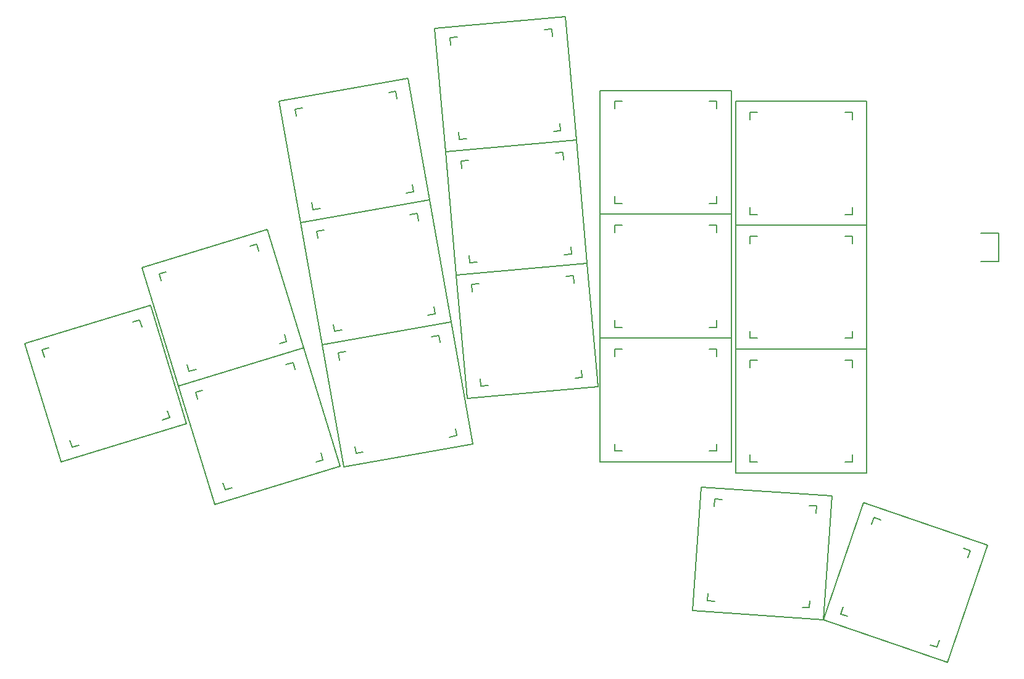
<source format=gbr>
%TF.GenerationSoftware,KiCad,Pcbnew,(6.0.4-0)*%
%TF.CreationDate,2022-07-27T12:02:15+02:00*%
%TF.ProjectId,basbousa,62617362-6f75-4736-912e-6b696361645f,v1.0.0*%
%TF.SameCoordinates,Original*%
%TF.FileFunction,OtherDrawing,Comment*%
%FSLAX46Y46*%
G04 Gerber Fmt 4.6, Leading zero omitted, Abs format (unit mm)*
G04 Created by KiCad (PCBNEW (6.0.4-0)) date 2022-07-27 12:02:15*
%MOMM*%
%LPD*%
G01*
G04 APERTURE LIST*
%ADD10C,0.150000*%
G04 APERTURE END LIST*
D10*
%TO.C,T1*%
X161119000Y89708000D02*
X158619000Y89708000D01*
X158619000Y93608000D02*
X161119000Y93608000D01*
X161119000Y93608000D02*
X161119000Y89708000D01*
%TO.C,S11*%
X67022321Y96843638D02*
X66848673Y97828446D01*
X65313178Y95019131D02*
X62361159Y111760862D01*
X80635981Y100259521D02*
X80809630Y99274713D01*
X78378555Y113062022D02*
X78552203Y112077214D01*
X65576054Y110804595D02*
X64591246Y110630947D01*
X78378555Y113062022D02*
X77393747Y112888373D01*
X62361159Y111760861D02*
X80087697Y114886529D01*
X67022322Y96843638D02*
X66848673Y97828446D01*
X64764895Y109646138D02*
X64591247Y110630946D01*
X79824822Y99101065D02*
X80809630Y99274713D01*
X78378554Y113062021D02*
X78552203Y112077213D01*
X67022322Y96843638D02*
X68007129Y97017286D01*
X83039717Y98144798D02*
X65313179Y95019130D01*
X80635982Y100259520D02*
X80809630Y99274713D01*
X65576055Y110804593D02*
X64591247Y110630946D01*
X78378554Y113062021D02*
X77393747Y112888372D01*
X79824822Y99101065D02*
X80809630Y99274713D01*
X62361159Y111760862D02*
X80087698Y114886529D01*
X80087698Y114886529D02*
X83039717Y98144798D01*
X64764895Y109646139D02*
X64591246Y110630947D01*
X67022321Y96843638D02*
X68007129Y97017287D01*
X80087697Y114886529D02*
X83039717Y98144798D01*
X65313179Y95019130D02*
X62361159Y111760861D01*
X83039717Y98144798D02*
X65313178Y95019131D01*
%TO.C,S15*%
X103130061Y106366224D02*
X104611709Y89430914D01*
X88541860Y89530714D02*
X89538055Y89617870D01*
X85198557Y104797420D02*
X103130061Y106366224D01*
X101268405Y104697620D02*
X100272211Y104610463D01*
X88541860Y89530714D02*
X88454705Y90526909D01*
X88541861Y89530713D02*
X88454705Y90526909D01*
X88317875Y103564593D02*
X87321680Y103477439D01*
X104611709Y89430914D02*
X86680205Y87862110D01*
X103130060Y106366224D02*
X104611709Y89430914D01*
X85198557Y104797419D02*
X103130060Y106366224D01*
X87408836Y102481244D02*
X87321680Y103477439D01*
X87408836Y102481245D02*
X87321680Y103477440D01*
X88541861Y89530713D02*
X89538055Y89617869D01*
X101268406Y104697620D02*
X101355561Y103701425D01*
X86680206Y87862109D02*
X85198557Y104797419D01*
X101492391Y90663739D02*
X102488586Y90750894D01*
X86680205Y87862110D02*
X85198557Y104797420D01*
X102401430Y91747088D02*
X102488586Y90750894D01*
X101492391Y90663739D02*
X102488586Y90750894D01*
X101268406Y104697620D02*
X100272211Y104610464D01*
X101268405Y104697620D02*
X101355562Y103701424D01*
X88317875Y103564595D02*
X87321680Y103477440D01*
X104611709Y89430914D02*
X86680206Y87862109D01*
X102401430Y91747089D02*
X102488586Y90750894D01*
%TO.C,S21*%
X108411088Y80686016D02*
X108411087Y81686017D01*
X124411087Y79186017D02*
X106411088Y79186016D01*
X122411087Y94686017D02*
X121411087Y94686017D01*
X109411087Y94686017D02*
X108411087Y94686017D01*
X122411087Y81686016D02*
X122411087Y80686017D01*
X124411087Y96186017D02*
X124411087Y79186017D01*
X106411088Y79186016D02*
X106411087Y96186016D01*
X106411087Y96186016D02*
X124411086Y96186017D01*
X122411087Y94686017D02*
X122411087Y93686017D01*
X108411087Y80686017D02*
X108411087Y81686017D01*
X122411086Y94686017D02*
X121411087Y94686016D01*
X124411087Y79186017D02*
X106411087Y79186017D01*
X108411088Y80686016D02*
X109411087Y80686016D01*
X108411087Y80686017D02*
X109411087Y80686017D01*
X124411086Y96186017D02*
X124411087Y79186017D01*
X121411087Y80686017D02*
X122411087Y80686017D01*
X109411087Y94686015D02*
X108411087Y94686016D01*
X108411087Y93686016D02*
X108411087Y94686016D01*
X106411087Y96186017D02*
X124411087Y96186017D01*
X122411086Y94686017D02*
X122411087Y93686016D01*
X121411087Y80686017D02*
X122411087Y80686017D01*
X108411087Y93686017D02*
X108411087Y94686017D01*
X122411087Y81686017D02*
X122411087Y80686017D01*
X106411087Y79186017D02*
X106411087Y96186017D01*
%TO.C,S29*%
X126985000Y109177999D02*
X126985000Y110177999D01*
X139985000Y96178000D02*
X140985000Y96178000D01*
X140985000Y97177999D02*
X140985000Y96178000D01*
X127985000Y110177998D02*
X126985000Y110177999D01*
X127985000Y110178000D02*
X126985000Y110178000D01*
X126985000Y96178000D02*
X126985000Y97178000D01*
X140985000Y110178000D02*
X140985000Y109178000D01*
X124985001Y94677999D02*
X124985000Y111677999D01*
X126985000Y109178000D02*
X126985000Y110178000D01*
X142985000Y111678000D02*
X142985000Y94678000D01*
X140984999Y110178000D02*
X139985000Y110177999D01*
X139985000Y96178000D02*
X140985000Y96178000D01*
X126985001Y96177999D02*
X127985000Y96177999D01*
X124985000Y94678000D02*
X124985000Y111678000D01*
X124985000Y111678000D02*
X142985000Y111678000D01*
X126985001Y96177999D02*
X126985000Y97178000D01*
X142985000Y94678000D02*
X124985001Y94677999D01*
X140984999Y110178000D02*
X140985000Y109177999D01*
X142985000Y94678000D02*
X124985000Y94678000D01*
X142984999Y111678000D02*
X142985000Y94678000D01*
X140985000Y110178000D02*
X139985000Y110178000D01*
X140985000Y97178000D02*
X140985000Y96178000D01*
X124985000Y111677999D02*
X142984999Y111678000D01*
X126985000Y96178000D02*
X127985000Y96178000D01*
%TO.C,S33*%
X152948454Y37696053D02*
X152622886Y36750535D01*
X137006237Y40541346D02*
X142540895Y56615162D01*
X144889099Y54220181D02*
X143943580Y54545749D01*
X139385627Y41308488D02*
X139711194Y42254008D01*
X157180840Y49987795D02*
X156235322Y50313363D01*
X157180839Y49987795D02*
X156235321Y50313362D01*
X154025571Y34681121D02*
X137006237Y40541346D01*
X142540895Y56615162D02*
X159560229Y50754937D01*
X139385626Y41308489D02*
X140331144Y40982921D01*
X151677367Y37076103D02*
X152622886Y36750535D01*
X157180840Y49987795D02*
X156855272Y49042276D01*
X152948454Y37696053D02*
X152622886Y36750535D01*
X143618012Y53600231D02*
X143943580Y54545749D01*
X144889098Y54220179D02*
X143943580Y54545748D01*
X157180839Y49987795D02*
X156855272Y49042275D01*
X159560229Y50754937D02*
X154025571Y34681121D01*
X154025571Y34681121D02*
X137006237Y40541347D01*
X143618012Y53600230D02*
X143943580Y54545748D01*
X159560229Y50754937D02*
X154025571Y34681121D01*
X151677367Y37076103D02*
X152622886Y36750535D01*
X139385626Y41308489D02*
X139711194Y42254008D01*
X142540895Y56615163D02*
X159560229Y50754937D01*
X139385627Y41308488D02*
X140331144Y40982920D01*
X137006237Y40541347D02*
X142540895Y56615163D01*
%TO.C,S7*%
X85991735Y81403065D02*
X88943755Y64661334D01*
X72926359Y63360174D02*
X72752711Y64344982D01*
X68265197Y78277397D02*
X85991735Y81403065D01*
X71217217Y61535666D02*
X68265197Y78277397D01*
X85991736Y81403065D02*
X88943755Y64661334D01*
X84282593Y79578558D02*
X84456241Y78593750D01*
X70668933Y76162674D02*
X70495285Y77147482D01*
X68265197Y78277398D02*
X85991736Y81403065D01*
X84282593Y79578558D02*
X83297785Y79404909D01*
X85728860Y65617601D02*
X86713668Y65791249D01*
X72926360Y63360174D02*
X72752711Y64344982D01*
X70668933Y76162675D02*
X70495284Y77147483D01*
X86540020Y66776056D02*
X86713668Y65791249D01*
X85728860Y65617601D02*
X86713668Y65791249D01*
X71480092Y77321131D02*
X70495284Y77147483D01*
X71480093Y77321129D02*
X70495285Y77147482D01*
X84282592Y79578557D02*
X83297785Y79404908D01*
X86540019Y66776057D02*
X86713668Y65791249D01*
X71217216Y61535667D02*
X68265197Y78277398D01*
X88943755Y64661334D02*
X71217216Y61535667D01*
X88943755Y64661334D02*
X71217217Y61535666D01*
X84282592Y79578557D02*
X84456241Y78593749D01*
X72926359Y63360174D02*
X73911167Y63533823D01*
X72926360Y63360174D02*
X73911167Y63533822D01*
%TO.C,T2*%
X161119000Y89708000D02*
X158619000Y89708000D01*
X161119000Y93608000D02*
X161119000Y89708000D01*
X158619000Y93608000D02*
X161119000Y93608000D01*
%TO.C,S1*%
X33952087Y64181009D02*
X33659714Y65137315D01*
X33952087Y64181009D02*
X34908391Y64473381D01*
X49691519Y67424500D02*
X32478035Y62161809D01*
X33952086Y64181010D02*
X33659714Y65137315D01*
X30815187Y77861648D02*
X29858882Y77569276D01*
X44721199Y83681680D02*
X49691519Y67424500D01*
X46384047Y67981842D02*
X47340352Y68274214D01*
X32478034Y62161809D02*
X27507715Y78418990D01*
X43247148Y81662480D02*
X42290844Y81370109D01*
X47047981Y69230517D02*
X47340352Y68274214D01*
X30151253Y76612972D02*
X29858882Y77569276D01*
X27507715Y78418989D02*
X44721199Y83681680D01*
X32478035Y62161809D02*
X27507715Y78418989D01*
X47047981Y69230518D02*
X47340352Y68274214D01*
X46384047Y67981842D02*
X47340352Y68274214D01*
X27507715Y78418990D02*
X44721200Y83681681D01*
X30815187Y77861646D02*
X29858882Y77569275D01*
X30151254Y76612971D02*
X29858882Y77569275D01*
X43247148Y81662480D02*
X43539520Y80706175D01*
X44721200Y83681681D02*
X49691519Y67424500D01*
X43247147Y81662480D02*
X42290844Y81370108D01*
X49691519Y67424500D02*
X32478034Y62161809D01*
X33952086Y64181010D02*
X34908390Y64473381D01*
X43247147Y81662480D02*
X43539520Y80706175D01*
%TO.C,S5*%
X43571104Y88863441D02*
X60784588Y94126132D01*
X65754908Y77868952D02*
X48541423Y72606261D01*
X59310537Y92106932D02*
X58354233Y91814561D01*
X59310536Y92106932D02*
X58354233Y91814560D01*
X62447436Y78426294D02*
X63403741Y78718666D01*
X63111370Y79674970D02*
X63403741Y78718666D01*
X46214643Y87057423D02*
X45922271Y88013727D01*
X50015476Y74625461D02*
X49723103Y75581767D01*
X48541424Y72606261D02*
X43571104Y88863441D01*
X62447436Y78426294D02*
X63403741Y78718666D01*
X59310537Y92106932D02*
X59602909Y91150627D01*
X46878576Y88306098D02*
X45922271Y88013727D01*
X50015475Y74625462D02*
X49723103Y75581767D01*
X63111370Y79674969D02*
X63403741Y78718666D01*
X59310536Y92106932D02*
X59602909Y91150627D01*
X50015476Y74625461D02*
X50971780Y74917833D01*
X60784588Y94126132D02*
X65754908Y77868952D01*
X43571104Y88863442D02*
X60784589Y94126133D01*
X48541423Y72606261D02*
X43571104Y88863442D01*
X65754908Y77868952D02*
X48541424Y72606261D01*
X46878576Y88306100D02*
X45922271Y88013728D01*
X46214642Y87057424D02*
X45922271Y88013728D01*
X50015475Y74625462D02*
X50971779Y74917833D01*
X60784589Y94126133D02*
X65754908Y77868952D01*
%TO.C,S27*%
X124985000Y94677999D02*
X142984999Y94678000D01*
X142985000Y77678000D02*
X124985000Y77678000D01*
X139985000Y79178000D02*
X140985000Y79178000D01*
X142985000Y77678000D02*
X124985001Y77677999D01*
X126985000Y92177999D02*
X126985000Y93177999D01*
X140985000Y80177999D02*
X140985000Y79178000D01*
X127985000Y93177998D02*
X126985000Y93177999D01*
X140985000Y93178000D02*
X139985000Y93178000D01*
X126985000Y92178000D02*
X126985000Y93178000D01*
X140984999Y93178000D02*
X140985000Y92177999D01*
X140985000Y80178000D02*
X140985000Y79178000D01*
X142984999Y94678000D02*
X142985000Y77678000D01*
X126985000Y79178000D02*
X127985000Y79178000D01*
X139985000Y79178000D02*
X140985000Y79178000D01*
X124985000Y94678000D02*
X142985000Y94678000D01*
X127985000Y93178000D02*
X126985000Y93178000D01*
X140984999Y93178000D02*
X139985000Y93177999D01*
X124985001Y77677999D02*
X124985000Y94677999D01*
X126985001Y79177999D02*
X126985000Y80178000D01*
X142985000Y94678000D02*
X142985000Y77678000D01*
X126985000Y79178000D02*
X126985000Y80178000D01*
X124985000Y77678000D02*
X124985000Y94678000D01*
X140985000Y93178000D02*
X140985000Y92178000D01*
X126985001Y79177999D02*
X127985000Y79177999D01*
%TO.C,S9*%
X83588001Y83517788D02*
X83761649Y82532981D01*
X68265197Y78277399D02*
X65313178Y95019130D01*
X85991736Y81403066D02*
X68265198Y78277398D01*
X68528074Y94062861D02*
X67543266Y93889214D01*
X85991736Y81403066D02*
X68265197Y78277399D01*
X68265198Y78277398D02*
X65313178Y95019129D01*
X69974341Y80101906D02*
X70959148Y80275554D01*
X83588000Y83517789D02*
X83761649Y82532981D01*
X82776841Y82359333D02*
X83761649Y82532981D01*
X69974341Y80101906D02*
X69800692Y81086714D01*
X81330574Y96320290D02*
X81504222Y95335482D01*
X67716914Y92904407D02*
X67543265Y93889215D01*
X69974340Y80101906D02*
X70959148Y80275555D01*
X69974340Y80101906D02*
X69800692Y81086714D01*
X81330573Y96320289D02*
X80345766Y96146640D01*
X81330573Y96320289D02*
X81504222Y95335481D01*
X83039716Y98144797D02*
X85991736Y81403066D01*
X67716914Y92904406D02*
X67543266Y93889214D01*
X65313178Y95019130D02*
X83039717Y98144797D01*
X83039717Y98144797D02*
X85991736Y81403066D01*
X82776841Y82359333D02*
X83761649Y82532981D01*
X68528073Y94062863D02*
X67543265Y93889215D01*
X65313178Y95019129D02*
X83039716Y98144797D01*
X81330574Y96320290D02*
X80345766Y96146641D01*
%TO.C,S13*%
X90023508Y72595404D02*
X89936353Y73591599D01*
X104611709Y89430914D02*
X106093357Y72495604D01*
X102974039Y73728429D02*
X103970234Y73815584D01*
X88161853Y70926800D02*
X86680205Y87862110D01*
X90023508Y72595404D02*
X91019703Y72682560D01*
X88890484Y85545934D02*
X88803328Y86542129D01*
X88890484Y85545935D02*
X88803328Y86542130D01*
X89799523Y86629283D02*
X88803328Y86542129D01*
X102750053Y87762310D02*
X102837210Y86766114D01*
X103883078Y74811779D02*
X103970234Y73815584D01*
X88161854Y70926799D02*
X86680205Y87862109D01*
X86680205Y87862109D02*
X104611708Y89430914D01*
X89799523Y86629285D02*
X88803328Y86542130D01*
X106093357Y72495604D02*
X88161853Y70926800D01*
X102750053Y87762310D02*
X101753859Y87675153D01*
X102750054Y87762310D02*
X101753859Y87675154D01*
X103883078Y74811778D02*
X103970234Y73815584D01*
X86680205Y87862110D02*
X104611709Y89430914D01*
X102750054Y87762310D02*
X102837209Y86766115D01*
X104611708Y89430914D02*
X106093357Y72495604D01*
X106093357Y72495604D02*
X88161854Y70926799D01*
X90023509Y72595403D02*
X89936353Y73591599D01*
X90023509Y72595403D02*
X91019703Y72682559D01*
X102974039Y73728429D02*
X103970234Y73815584D01*
%TO.C,S17*%
X103130062Y106366224D02*
X85198558Y104797420D01*
X101648413Y123301534D02*
X103130062Y106366224D01*
X87060213Y106466024D02*
X86973058Y107462219D01*
X83716910Y121732730D02*
X101648414Y123301534D01*
X100919783Y108682399D02*
X101006939Y107686204D01*
X85927189Y119416554D02*
X85840033Y120412749D01*
X100010744Y107599049D02*
X101006939Y107686204D01*
X86836228Y120499903D02*
X85840033Y120412749D01*
X99786759Y121632930D02*
X99873914Y120636735D01*
X85198558Y104797420D02*
X83716910Y121732730D01*
X100919783Y108682398D02*
X101006939Y107686204D01*
X99786758Y121632930D02*
X98790564Y121545773D01*
X87060214Y106466023D02*
X86973058Y107462219D01*
X99786758Y121632930D02*
X99873915Y120636734D01*
X86836228Y120499905D02*
X85840033Y120412750D01*
X100010744Y107599049D02*
X101006939Y107686204D01*
X101648414Y123301534D02*
X103130062Y106366224D01*
X99786759Y121632930D02*
X98790564Y121545774D01*
X87060213Y106466024D02*
X88056408Y106553180D01*
X85927189Y119416555D02*
X85840033Y120412750D01*
X87060214Y106466023D02*
X88056408Y106553179D01*
X83716910Y121732729D02*
X101648413Y123301534D01*
X103130062Y106366224D02*
X85198559Y104797419D01*
X85198559Y104797419D02*
X83716910Y121732729D01*
%TO.C,S31*%
X138192095Y57499937D02*
X137006236Y40541348D01*
X122056680Y56122130D02*
X122126437Y57119694D01*
X136092334Y56143104D02*
X135094770Y56212861D01*
X120235944Y58755554D02*
X138192096Y57499937D01*
X135185500Y43174771D02*
X135115743Y42177207D01*
X120235944Y58755553D02*
X138192095Y57499937D01*
X136092333Y56143104D02*
X136022577Y55145539D01*
X137006236Y40541348D02*
X119050084Y41796964D01*
X121149846Y43153798D02*
X122147410Y43084041D01*
X123124001Y57049938D02*
X122126437Y57119695D01*
X134118179Y42246964D02*
X135115743Y42177207D01*
X123124001Y57049936D02*
X122126437Y57119694D01*
X119050084Y41796964D02*
X120235944Y58755553D01*
X138192096Y57499937D02*
X137006236Y40541348D01*
X121149846Y43153798D02*
X121219603Y44151362D01*
X136092334Y56143104D02*
X136022577Y55145540D01*
X134118179Y42246964D02*
X135115743Y42177207D01*
X135185499Y43174770D02*
X135115743Y42177207D01*
X121149847Y43153797D02*
X121219603Y44151362D01*
X136092333Y56143104D02*
X135094770Y56212860D01*
X119050084Y41796965D02*
X120235944Y58755554D01*
X137006236Y40541348D02*
X119050084Y41796965D01*
X122056680Y56122131D02*
X122126437Y57119695D01*
X121149847Y43153797D02*
X122147410Y43084040D01*
%TO.C,S3*%
X67417755Y62169113D02*
X68374060Y62461485D01*
X51184962Y70800242D02*
X50892590Y71756546D01*
X65754907Y77868951D02*
X70725227Y61611771D01*
X54985795Y58368280D02*
X54693422Y59324586D01*
X64280856Y75849751D02*
X63324552Y75557380D01*
X53511743Y56349080D02*
X48541423Y72606260D01*
X53511742Y56349080D02*
X48541423Y72606261D01*
X48541423Y72606260D02*
X65754907Y77868951D01*
X48541423Y72606261D02*
X65754908Y77868952D01*
X65754908Y77868952D02*
X70725227Y61611771D01*
X51848895Y72048917D02*
X50892590Y71756546D01*
X64280855Y75849751D02*
X63324552Y75557379D01*
X64280856Y75849751D02*
X64573228Y74893446D01*
X54985794Y58368281D02*
X55942098Y58660652D01*
X68081689Y63417789D02*
X68374060Y62461485D01*
X51184961Y70800243D02*
X50892590Y71756547D01*
X64280855Y75849751D02*
X64573228Y74893446D01*
X67417755Y62169113D02*
X68374060Y62461485D01*
X68081689Y63417788D02*
X68374060Y62461485D01*
X54985794Y58368281D02*
X54693422Y59324586D01*
X51848895Y72048919D02*
X50892590Y71756547D01*
X70725227Y61611771D02*
X53511742Y56349080D01*
X54985795Y58368280D02*
X55942099Y58660652D01*
X70725227Y61611771D02*
X53511743Y56349080D01*
%TO.C,S23*%
X108411087Y110686017D02*
X108411087Y111686017D01*
X106411087Y96186017D02*
X106411087Y113186017D01*
X124411087Y96186017D02*
X106411087Y96186017D01*
X124411086Y113186017D02*
X124411087Y96186017D01*
X122411087Y98686017D02*
X122411087Y97686017D01*
X122411087Y111686017D02*
X122411087Y110686017D01*
X124411087Y113186017D02*
X124411087Y96186017D01*
X108411088Y97686016D02*
X108411087Y98686017D01*
X108411087Y97686017D02*
X109411087Y97686017D01*
X121411087Y97686017D02*
X122411087Y97686017D01*
X122411087Y98686016D02*
X122411087Y97686017D01*
X108411088Y97686016D02*
X109411087Y97686016D01*
X109411087Y111686017D02*
X108411087Y111686017D01*
X124411087Y96186017D02*
X106411088Y96186016D01*
X108411087Y110686016D02*
X108411087Y111686016D01*
X122411087Y111686017D02*
X121411087Y111686017D01*
X106411088Y96186016D02*
X106411087Y113186016D01*
X106411087Y113186016D02*
X124411086Y113186017D01*
X121411087Y97686017D02*
X122411087Y97686017D01*
X106411087Y113186017D02*
X124411087Y113186017D01*
X122411086Y111686017D02*
X121411087Y111686016D01*
X109411087Y111686015D02*
X108411087Y111686016D01*
X122411086Y111686017D02*
X122411087Y110686016D01*
X108411087Y97686017D02*
X108411087Y98686017D01*
%TO.C,S25*%
X124985000Y77677999D02*
X142984999Y77678000D01*
X127985000Y76178000D02*
X126985000Y76178000D01*
X140984999Y76178000D02*
X139985000Y76177999D01*
X142985000Y77678000D02*
X142985000Y60678000D01*
X142985000Y60678000D02*
X124985001Y60677999D01*
X126985000Y75177999D02*
X126985000Y76177999D01*
X140984999Y76178000D02*
X140985000Y75177999D01*
X140985000Y76178000D02*
X139985000Y76178000D01*
X139985000Y62178000D02*
X140985000Y62178000D01*
X126985000Y75178000D02*
X126985000Y76178000D01*
X140985000Y63177999D02*
X140985000Y62178000D01*
X142984999Y77678000D02*
X142985000Y60678000D01*
X126985000Y62178000D02*
X127985000Y62178000D01*
X124985001Y60677999D02*
X124985000Y77677999D01*
X139985000Y62178000D02*
X140985000Y62178000D01*
X140985000Y76178000D02*
X140985000Y75178000D01*
X127985000Y76177998D02*
X126985000Y76177999D01*
X140985000Y63178000D02*
X140985000Y62178000D01*
X126985000Y62178000D02*
X126985000Y63178000D01*
X142985000Y60678000D02*
X124985000Y60678000D01*
X124985000Y77678000D02*
X142985000Y77678000D01*
X124985000Y60678000D02*
X124985000Y77678000D01*
X126985001Y62177999D02*
X127985000Y62177999D01*
X126985001Y62177999D02*
X126985000Y63178000D01*
%TO.C,S19*%
X108411087Y76686016D02*
X108411087Y77686016D01*
X124411087Y62186017D02*
X106411088Y62186016D01*
X122411087Y64686017D02*
X122411087Y63686017D01*
X122411087Y77686017D02*
X121411087Y77686017D01*
X106411087Y79186017D02*
X124411087Y79186017D01*
X108411088Y63686016D02*
X108411087Y64686017D01*
X124411087Y79186017D02*
X124411087Y62186017D01*
X106411087Y62186017D02*
X106411087Y79186017D01*
X106411088Y62186016D02*
X106411087Y79186016D01*
X108411087Y63686017D02*
X108411087Y64686017D01*
X124411086Y79186017D02*
X124411087Y62186017D01*
X108411087Y76686017D02*
X108411087Y77686017D01*
X122411086Y77686017D02*
X121411087Y77686016D01*
X109411087Y77686015D02*
X108411087Y77686016D01*
X108411087Y63686017D02*
X109411087Y63686017D01*
X124411087Y62186017D02*
X106411087Y62186017D01*
X108411088Y63686016D02*
X109411087Y63686016D01*
X122411086Y77686017D02*
X122411087Y76686016D01*
X122411087Y64686016D02*
X122411087Y63686017D01*
X106411087Y79186016D02*
X124411086Y79186017D01*
X121411087Y63686017D02*
X122411087Y63686017D01*
X109411087Y77686017D02*
X108411087Y77686017D01*
X121411087Y63686017D02*
X122411087Y63686017D01*
X122411087Y77686017D02*
X122411087Y76686017D01*
%TD*%
M02*

</source>
